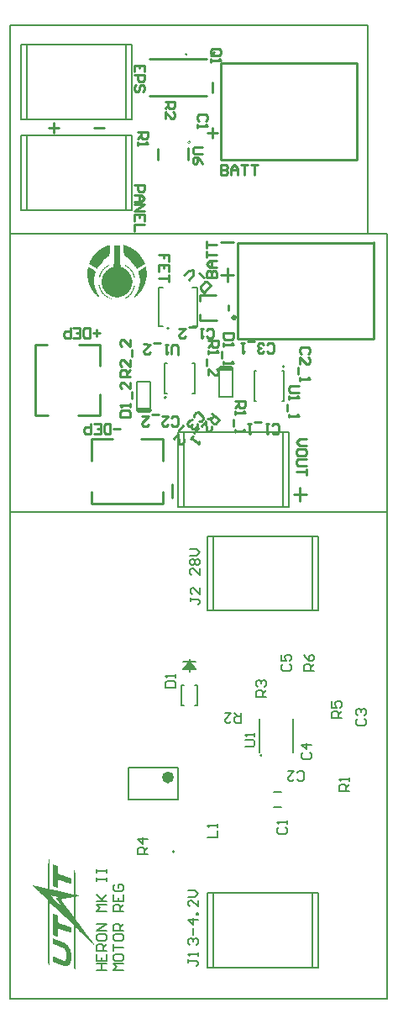
<source format=gto>
G04*
G04 #@! TF.GenerationSoftware,Altium Limited,Altium Designer,18.1.9 (240)*
G04*
G04 Layer_Color=65535*
%FSLAX44Y44*%
%MOMM*%
G71*
G01*
G75*
%ADD16C,0.2540*%
%ADD40C,0.2000*%
%ADD45C,0.1000*%
%ADD46C,0.1270*%
%ADD47C,0.1524*%
%ADD48C,0.6000*%
%ADD49C,0.5000*%
G36*
X114497Y768767D02*
X115500D01*
Y768432D01*
X116504D01*
Y768098D01*
X117507D01*
Y767764D01*
X118511D01*
Y767429D01*
X119180D01*
Y767094D01*
X120183D01*
Y766760D01*
X120852D01*
Y766425D01*
X121521D01*
Y766091D01*
X121856D01*
Y765757D01*
X122525D01*
Y765422D01*
X123194D01*
Y765088D01*
X123528D01*
Y764753D01*
X124197D01*
Y764419D01*
X124531D01*
Y764084D01*
X125201D01*
Y763750D01*
X125535D01*
Y763415D01*
X125870D01*
Y763081D01*
X126538D01*
Y762746D01*
X126873D01*
Y762412D01*
X127207D01*
Y762077D01*
X127542D01*
Y761743D01*
X127877D01*
Y761408D01*
X128211D01*
Y761074D01*
X128545D01*
Y760739D01*
X128880D01*
Y760405D01*
X129214D01*
Y760070D01*
X129549D01*
Y759736D01*
X129883D01*
Y759401D01*
X130218D01*
Y759067D01*
X130552D01*
Y758732D01*
Y758398D01*
X130887D01*
Y758063D01*
X131221D01*
Y757729D01*
X131556D01*
Y757394D01*
Y757060D01*
X131890D01*
Y756725D01*
X132225D01*
Y756391D01*
Y756056D01*
X132559D01*
Y755722D01*
X132894D01*
Y755387D01*
Y755053D01*
X133228D01*
Y754718D01*
X133563D01*
Y754384D01*
Y754049D01*
X133897D01*
Y753715D01*
Y753380D01*
X134232D01*
Y753046D01*
Y752711D01*
X134566D01*
Y752377D01*
Y752042D01*
X134901D01*
Y751708D01*
Y751373D01*
Y751039D01*
X135235D01*
Y750704D01*
Y750370D01*
X135570D01*
Y750035D01*
X135235D01*
Y749701D01*
X134901D01*
Y749366D01*
X134232D01*
Y749032D01*
X133563D01*
Y748697D01*
X133228D01*
Y748363D01*
X132559D01*
Y748028D01*
X132225D01*
Y747694D01*
X131556D01*
Y747359D01*
X131221D01*
Y747025D01*
X130552D01*
Y746691D01*
X130218D01*
Y746356D01*
X129549D01*
Y746021D01*
X129214D01*
Y745687D01*
X128545D01*
Y745352D01*
X128211D01*
Y745018D01*
X127542D01*
Y744684D01*
X127207D01*
Y745018D01*
Y745352D01*
X126873D01*
Y745687D01*
Y746021D01*
X126538D01*
Y746356D01*
X126204D01*
Y746691D01*
Y747025D01*
X125870D01*
Y747359D01*
X125535D01*
Y747694D01*
X125201D01*
Y748028D01*
Y748363D01*
X124866D01*
Y748697D01*
X124531D01*
Y749032D01*
X124197D01*
Y749366D01*
X123862D01*
Y749701D01*
X123528D01*
Y750035D01*
X123194D01*
Y750370D01*
X122859D01*
Y750704D01*
X122525D01*
Y751039D01*
X122190D01*
Y751373D01*
X121856D01*
Y751708D01*
Y752042D01*
X121521D01*
Y752377D01*
Y752711D01*
X121187D01*
Y753046D01*
Y753380D01*
X120852D01*
Y753715D01*
Y754049D01*
X120518D01*
Y754384D01*
X119849D01*
Y754718D01*
X119514D01*
Y755053D01*
X119180D01*
Y755387D01*
X118845D01*
Y755722D01*
X118176D01*
Y756056D01*
X117842D01*
Y756391D01*
X117507D01*
Y756725D01*
X116838D01*
Y757060D01*
X116504D01*
Y757394D01*
X116169D01*
Y757729D01*
X115500D01*
Y758063D01*
X115166D01*
Y758398D01*
Y758732D01*
Y759067D01*
X114831D01*
Y759401D01*
Y759736D01*
Y760070D01*
Y760405D01*
X114497D01*
Y760739D01*
Y761074D01*
X114162D01*
Y761408D01*
Y761743D01*
Y762077D01*
Y762412D01*
Y762746D01*
Y763081D01*
Y763415D01*
Y763750D01*
Y764084D01*
Y764419D01*
Y764753D01*
Y765088D01*
Y765422D01*
Y765757D01*
Y766091D01*
Y766425D01*
Y766760D01*
Y767094D01*
Y767429D01*
Y767764D01*
Y768098D01*
Y768432D01*
Y768767D01*
Y769101D01*
X114497D01*
Y768767D01*
D02*
G37*
G36*
X100448Y768432D02*
Y768098D01*
Y767764D01*
Y767429D01*
Y767094D01*
Y766760D01*
Y766425D01*
Y766091D01*
Y765757D01*
Y765422D01*
Y765088D01*
Y764753D01*
Y764419D01*
Y764084D01*
Y763750D01*
Y763415D01*
Y763081D01*
Y762746D01*
Y762412D01*
Y762077D01*
Y761743D01*
Y761408D01*
Y761074D01*
Y760739D01*
X100114D01*
Y760405D01*
Y760070D01*
X99779D01*
Y759736D01*
Y759401D01*
Y759067D01*
Y758732D01*
Y758398D01*
X99445D01*
Y758063D01*
X99110D01*
Y757729D01*
X98776D01*
Y757394D01*
X98441D01*
Y757060D01*
X97772D01*
Y756725D01*
X97438D01*
Y756391D01*
X97103D01*
Y756056D01*
X96434D01*
Y755722D01*
X96100D01*
Y755387D01*
X95765D01*
Y755053D01*
X95096D01*
Y754718D01*
X94762D01*
Y754384D01*
X94427D01*
Y754049D01*
X94093D01*
Y753715D01*
X93758D01*
Y753380D01*
Y753046D01*
X93424D01*
Y752711D01*
X93089D01*
Y752377D01*
Y752042D01*
Y751708D01*
X92755D01*
Y751373D01*
Y751039D01*
X92420D01*
Y750704D01*
X92086D01*
Y750370D01*
X91751D01*
Y750035D01*
X91417D01*
Y749701D01*
X91082D01*
Y749366D01*
X90748D01*
Y749032D01*
X90413D01*
Y748697D01*
X90079D01*
Y748363D01*
X89744D01*
Y748028D01*
X89410D01*
Y747694D01*
X89075D01*
Y747359D01*
Y747025D01*
X88741D01*
Y746691D01*
X88406D01*
Y746356D01*
X88072D01*
Y746021D01*
Y745687D01*
X87737D01*
Y745352D01*
Y745018D01*
X87403D01*
Y744684D01*
X87068D01*
Y745018D01*
X86734D01*
Y745352D01*
X86065D01*
Y745687D01*
X85730D01*
Y746021D01*
X85061D01*
Y746356D01*
X84727D01*
Y746691D01*
X84058D01*
Y747025D01*
X83723D01*
Y747359D01*
X83054D01*
Y747694D01*
X82720D01*
Y748028D01*
X82051D01*
Y748363D01*
X81716D01*
Y748697D01*
X81047D01*
Y749032D01*
X80379D01*
Y749366D01*
X80044D01*
Y749701D01*
X79375D01*
Y750035D01*
Y750370D01*
Y750704D01*
X79710D01*
Y751039D01*
Y751373D01*
X80044D01*
Y751708D01*
Y752042D01*
Y752377D01*
X80379D01*
Y752711D01*
Y753046D01*
X80713D01*
Y753380D01*
Y753715D01*
X81047D01*
Y754049D01*
Y754384D01*
X81382D01*
Y754718D01*
X81716D01*
Y755053D01*
Y755387D01*
X82051D01*
Y755722D01*
Y756056D01*
X82386D01*
Y756391D01*
X82720D01*
Y756725D01*
Y757060D01*
X83054D01*
Y757394D01*
X83389D01*
Y757729D01*
X83723D01*
Y758063D01*
Y758398D01*
X84058D01*
Y758732D01*
X84392D01*
Y759067D01*
X84727D01*
Y759401D01*
X85061D01*
Y759736D01*
X85396D01*
Y760070D01*
Y760405D01*
X85730D01*
Y760739D01*
X86065D01*
Y761074D01*
X86399D01*
Y761408D01*
X86734D01*
Y761743D01*
X87068D01*
Y762077D01*
X87737D01*
Y762412D01*
X88072D01*
Y762746D01*
X88406D01*
Y763081D01*
X88741D01*
Y763415D01*
X89075D01*
Y763750D01*
X89744D01*
Y764084D01*
X90079D01*
Y764419D01*
X90748D01*
Y764753D01*
X91082D01*
Y765088D01*
X91751D01*
Y765422D01*
X92086D01*
Y765757D01*
X92755D01*
Y766091D01*
X93424D01*
Y766425D01*
X94093D01*
Y766760D01*
X94762D01*
Y767094D01*
X95431D01*
Y767429D01*
X96100D01*
Y767764D01*
X97103D01*
Y768098D01*
X98107D01*
Y768432D01*
X99110D01*
Y768767D01*
X100448D01*
Y768432D01*
D02*
G37*
G36*
X115835Y748697D02*
X116504D01*
Y748363D01*
X117173D01*
Y748028D01*
X117507D01*
Y747694D01*
X118176D01*
Y747359D01*
X118511D01*
Y747025D01*
X118845D01*
Y746691D01*
X119180D01*
Y746356D01*
X119849D01*
Y746021D01*
X120183D01*
Y745687D01*
X120518D01*
Y745352D01*
X120852D01*
Y745018D01*
X121187D01*
Y744684D01*
X121521D01*
Y744349D01*
Y744015D01*
X121856D01*
Y743680D01*
X122190D01*
Y743346D01*
X122525D01*
Y743011D01*
Y742677D01*
X122859D01*
Y742342D01*
X123194D01*
Y742008D01*
Y741673D01*
X123528D01*
Y741339D01*
X123862D01*
Y741004D01*
Y740670D01*
X124197D01*
Y740335D01*
Y740001D01*
Y739666D01*
X124531D01*
Y739332D01*
Y738997D01*
X124866D01*
Y738663D01*
Y738328D01*
Y737994D01*
X125201D01*
Y737659D01*
Y737325D01*
Y736990D01*
X125535D01*
Y736656D01*
Y736321D01*
Y735987D01*
X124531D01*
Y736321D01*
Y736656D01*
X124197D01*
Y736990D01*
Y737325D01*
Y737659D01*
Y737994D01*
X123862D01*
Y738328D01*
Y738663D01*
Y738997D01*
X123528D01*
Y739332D01*
Y739666D01*
X123194D01*
Y740001D01*
Y740335D01*
X122859D01*
Y740670D01*
Y741004D01*
X122525D01*
Y741339D01*
Y741673D01*
X122190D01*
Y742008D01*
X121856D01*
Y742342D01*
Y742677D01*
X121521D01*
Y743011D01*
X121187D01*
Y743346D01*
X120852D01*
Y743680D01*
X120518D01*
Y744015D01*
Y744349D01*
X120183D01*
Y744684D01*
X119849D01*
Y745018D01*
X119514D01*
Y745352D01*
X119180D01*
Y745687D01*
X118511D01*
Y746021D01*
X118176D01*
Y746356D01*
X117842D01*
Y746691D01*
X117173D01*
Y747025D01*
X116838D01*
Y747359D01*
X116169D01*
Y747694D01*
X115835D01*
Y748028D01*
Y748363D01*
Y748697D01*
X115500D01*
Y749032D01*
X115835D01*
Y748697D01*
D02*
G37*
G36*
X99110D02*
Y748363D01*
X98776D01*
Y748028D01*
Y747694D01*
X98441D01*
Y747359D01*
X98107D01*
Y747025D01*
X97438D01*
Y746691D01*
X97103D01*
Y746356D01*
X96434D01*
Y746021D01*
X96100D01*
Y745687D01*
X95765D01*
Y745352D01*
X95431D01*
Y745018D01*
X95096D01*
Y744684D01*
X94762D01*
Y744349D01*
X94427D01*
Y744015D01*
X94093D01*
Y743680D01*
X93758D01*
Y743346D01*
X93424D01*
Y743011D01*
Y742677D01*
X93089D01*
Y742342D01*
X92755D01*
Y742008D01*
Y741673D01*
X92420D01*
Y741339D01*
X92086D01*
Y741004D01*
Y740670D01*
X91751D01*
Y740335D01*
Y740001D01*
X91417D01*
Y739666D01*
Y739332D01*
X91082D01*
Y738997D01*
Y738663D01*
Y738328D01*
X90748D01*
Y737994D01*
Y737659D01*
Y737325D01*
X90413D01*
Y736990D01*
Y736656D01*
Y736321D01*
Y735987D01*
X89075D01*
Y736321D01*
X89410D01*
Y736656D01*
Y736990D01*
Y737325D01*
Y737659D01*
X89744D01*
Y737994D01*
Y738328D01*
Y738663D01*
X90079D01*
Y738997D01*
Y739332D01*
X90413D01*
Y739666D01*
Y740001D01*
Y740335D01*
X90748D01*
Y740670D01*
Y741004D01*
X91082D01*
Y741339D01*
Y741673D01*
X91417D01*
Y742008D01*
X91751D01*
Y742342D01*
Y742677D01*
X92086D01*
Y743011D01*
X92420D01*
Y743346D01*
Y743680D01*
X92755D01*
Y744015D01*
X93089D01*
Y744349D01*
X93424D01*
Y744684D01*
X93758D01*
Y745018D01*
X94093D01*
Y745352D01*
X94427D01*
Y745687D01*
X94762D01*
Y746021D01*
X95096D01*
Y746356D01*
X95431D01*
Y746691D01*
X95765D01*
Y747025D01*
X96100D01*
Y747359D01*
X96769D01*
Y747694D01*
X97103D01*
Y748028D01*
X97772D01*
Y748363D01*
X98441D01*
Y748697D01*
X98776D01*
Y749032D01*
X99110D01*
Y748697D01*
D02*
G37*
G36*
X110148Y768098D02*
Y767764D01*
Y767429D01*
Y767094D01*
Y766760D01*
Y766425D01*
Y766091D01*
Y765757D01*
Y765422D01*
Y765088D01*
Y764753D01*
Y764419D01*
Y764084D01*
Y763750D01*
Y763415D01*
Y763081D01*
Y762746D01*
Y762412D01*
Y762077D01*
Y761743D01*
Y761408D01*
Y761074D01*
Y760739D01*
Y760405D01*
Y760070D01*
Y759736D01*
Y759401D01*
Y759067D01*
Y758732D01*
Y758398D01*
Y758063D01*
Y757729D01*
Y757394D01*
Y757060D01*
Y756725D01*
Y756391D01*
Y756056D01*
Y755722D01*
Y755387D01*
Y755053D01*
Y754718D01*
Y754384D01*
Y754049D01*
Y753715D01*
Y753380D01*
Y753046D01*
Y752711D01*
Y752377D01*
Y752042D01*
Y751708D01*
Y751373D01*
Y751039D01*
Y750704D01*
Y750370D01*
Y750035D01*
X110483D01*
Y749701D01*
Y749366D01*
X110817D01*
Y749032D01*
Y748697D01*
X111152D01*
Y748363D01*
Y748028D01*
Y747694D01*
Y747359D01*
Y747025D01*
Y746691D01*
X111821D01*
Y746356D01*
X112824D01*
Y746021D01*
X113493D01*
Y745687D01*
X114162D01*
Y745352D01*
X114831D01*
Y745018D01*
X115500D01*
Y744684D01*
X115835D01*
Y744349D01*
X116504D01*
Y744015D01*
X116838D01*
Y743680D01*
X117173D01*
Y743346D01*
X117842D01*
Y743011D01*
X118176D01*
Y742677D01*
X118511D01*
Y742342D01*
X118845D01*
Y742008D01*
Y741673D01*
X119180D01*
Y741339D01*
X119514D01*
Y741004D01*
X119849D01*
Y740670D01*
X120183D01*
Y740335D01*
Y740001D01*
X120518D01*
Y739666D01*
X120852D01*
Y739332D01*
Y738997D01*
X121187D01*
Y738663D01*
Y738328D01*
X121521D01*
Y737994D01*
Y737659D01*
Y737325D01*
X121856D01*
Y736990D01*
Y736656D01*
X122190D01*
Y736321D01*
Y735987D01*
Y735652D01*
Y735318D01*
X122525D01*
Y734983D01*
Y734649D01*
Y734314D01*
Y733980D01*
Y733645D01*
X122859D01*
Y733311D01*
Y732976D01*
Y732642D01*
Y732307D01*
Y731973D01*
Y731638D01*
Y731304D01*
Y730969D01*
Y730635D01*
Y730300D01*
Y729966D01*
X122525D01*
Y729631D01*
Y729297D01*
Y728962D01*
Y728628D01*
Y728293D01*
Y727959D01*
X122190D01*
Y727624D01*
Y727290D01*
Y726955D01*
X121856D01*
Y726621D01*
Y726286D01*
Y725952D01*
X121521D01*
Y725617D01*
Y725283D01*
X121187D01*
Y724949D01*
Y724614D01*
X120852D01*
Y724279D01*
Y723945D01*
X120518D01*
Y723611D01*
Y723276D01*
X120183D01*
Y722942D01*
X119849D01*
Y722607D01*
Y722272D01*
X119514D01*
Y721938D01*
X119180D01*
Y721603D01*
X118845D01*
Y721269D01*
X118511D01*
Y720935D01*
X118176D01*
Y720600D01*
X117842D01*
Y720266D01*
X117507D01*
Y719931D01*
X117173D01*
Y719597D01*
X116504D01*
Y719262D01*
X116169D01*
Y718928D01*
X115835D01*
Y718593D01*
X115166D01*
Y718259D01*
X114497D01*
Y717924D01*
X113828D01*
Y717590D01*
X113159D01*
Y717255D01*
X112155D01*
Y716921D01*
X111152D01*
Y716586D01*
X109479D01*
Y716252D01*
X105465D01*
Y716586D01*
X103793D01*
Y716921D01*
X102455D01*
Y717255D01*
X101786D01*
Y717590D01*
X100783D01*
Y717924D01*
X100114D01*
Y718259D01*
X99445D01*
Y718593D01*
X99110D01*
Y718928D01*
X98441D01*
Y719262D01*
X98107D01*
Y719597D01*
X97772D01*
Y719931D01*
X97438D01*
Y720266D01*
X96769D01*
Y720600D01*
X96434D01*
Y720935D01*
X96100D01*
Y721269D01*
X95765D01*
Y721603D01*
Y721938D01*
X95431D01*
Y722272D01*
X95096D01*
Y722607D01*
X94762D01*
Y722942D01*
X94427D01*
Y723276D01*
Y723611D01*
X94093D01*
Y723945D01*
Y724279D01*
X93758D01*
Y724614D01*
Y724949D01*
X93424D01*
Y725283D01*
Y725617D01*
X93089D01*
Y725952D01*
Y726286D01*
X92755D01*
Y726621D01*
Y726955D01*
Y727290D01*
X92420D01*
Y727624D01*
Y727959D01*
Y728293D01*
Y728628D01*
X92086D01*
Y728962D01*
Y729297D01*
Y729631D01*
Y729966D01*
Y730300D01*
Y730635D01*
Y730969D01*
Y731304D01*
Y731638D01*
Y731973D01*
Y732307D01*
Y732642D01*
Y732976D01*
Y733311D01*
Y733645D01*
Y733980D01*
Y734314D01*
Y734649D01*
X92420D01*
Y734983D01*
Y735318D01*
Y735652D01*
Y735987D01*
X92755D01*
Y736321D01*
Y736656D01*
Y736990D01*
X93089D01*
Y737325D01*
Y737659D01*
Y737994D01*
X93424D01*
Y738328D01*
Y738663D01*
X93758D01*
Y738997D01*
Y739332D01*
X94093D01*
Y739666D01*
X94427D01*
Y740001D01*
Y740335D01*
X94762D01*
Y740670D01*
X95096D01*
Y741004D01*
Y741339D01*
X95431D01*
Y741673D01*
X95765D01*
Y742008D01*
X96100D01*
Y742342D01*
X96434D01*
Y742677D01*
X96769D01*
Y743011D01*
X97103D01*
Y743346D01*
X97438D01*
Y743680D01*
X97772D01*
Y744015D01*
X98441D01*
Y744349D01*
X98776D01*
Y744684D01*
X99445D01*
Y745018D01*
X99779D01*
Y745352D01*
X100448D01*
Y745687D01*
X101117D01*
Y746021D01*
X102121D01*
Y746356D01*
X103124D01*
Y746691D01*
X103793D01*
Y747025D01*
Y747359D01*
Y747694D01*
Y748028D01*
Y748363D01*
Y748697D01*
Y749032D01*
X104128D01*
Y749366D01*
Y749701D01*
X104462D01*
Y750035D01*
Y750370D01*
X104796D01*
Y750704D01*
Y751039D01*
Y751373D01*
Y751708D01*
Y752042D01*
Y752377D01*
Y752711D01*
Y753046D01*
Y753380D01*
Y753715D01*
Y754049D01*
Y754384D01*
Y754718D01*
Y755053D01*
Y755387D01*
Y755722D01*
Y756056D01*
Y756391D01*
Y756725D01*
Y757060D01*
Y757394D01*
Y757729D01*
Y758063D01*
Y758398D01*
Y758732D01*
Y759067D01*
Y759401D01*
Y759736D01*
Y760070D01*
Y760405D01*
Y760739D01*
Y761074D01*
Y761408D01*
Y761743D01*
Y762077D01*
Y762412D01*
Y762746D01*
Y763081D01*
Y763415D01*
Y763750D01*
Y764084D01*
Y764419D01*
Y764753D01*
Y765088D01*
Y765422D01*
Y765757D01*
Y766091D01*
Y766425D01*
Y766760D01*
Y767094D01*
Y767429D01*
Y767764D01*
Y768098D01*
Y768432D01*
X110148D01*
Y768098D01*
D02*
G37*
G36*
X136573Y746691D02*
Y746356D01*
Y746021D01*
Y745687D01*
Y745352D01*
X136908D01*
Y745018D01*
Y744684D01*
Y744349D01*
Y744015D01*
Y743680D01*
Y743346D01*
Y743011D01*
X137242D01*
Y742677D01*
Y742342D01*
Y742008D01*
Y741673D01*
Y741339D01*
Y741004D01*
Y740670D01*
Y740335D01*
Y740001D01*
Y739666D01*
Y739332D01*
Y738997D01*
Y738663D01*
Y738328D01*
Y737994D01*
Y737659D01*
Y737325D01*
Y736990D01*
Y736656D01*
X136908D01*
Y736321D01*
Y735987D01*
Y735652D01*
Y735318D01*
Y734983D01*
Y734649D01*
Y734314D01*
X136573D01*
Y733980D01*
Y733645D01*
Y733311D01*
Y732976D01*
Y732642D01*
X136239D01*
Y732307D01*
Y731973D01*
Y731638D01*
X135904D01*
Y731304D01*
Y730969D01*
Y730635D01*
Y730300D01*
X135570D01*
Y729966D01*
Y729631D01*
X135235D01*
Y729297D01*
Y728962D01*
Y728628D01*
X134901D01*
Y728293D01*
Y727959D01*
X134566D01*
Y727624D01*
Y727290D01*
Y726955D01*
X134232D01*
Y726621D01*
Y726286D01*
X133897D01*
Y725952D01*
X133563D01*
Y725617D01*
Y725283D01*
X133228D01*
Y724949D01*
Y724614D01*
X132894D01*
Y724279D01*
Y723945D01*
X132559D01*
Y723611D01*
X132225D01*
Y723276D01*
Y722942D01*
X131890D01*
Y722607D01*
X131556D01*
Y722272D01*
Y721938D01*
X131221D01*
Y721603D01*
X130887D01*
Y721269D01*
X130552D01*
Y720935D01*
X130218D01*
Y720600D01*
Y720266D01*
X129883D01*
Y719931D01*
X129549D01*
Y719597D01*
X129214D01*
Y719262D01*
X128880D01*
Y718928D01*
X128545D01*
Y718593D01*
X128211D01*
Y718259D01*
X127877D01*
Y717924D01*
X127542D01*
Y717590D01*
X127207D01*
Y717255D01*
X126538D01*
Y716921D01*
X126204D01*
Y716586D01*
X125870D01*
Y716252D01*
X125535D01*
Y715917D01*
X124866D01*
Y716252D01*
Y716586D01*
Y716921D01*
Y717255D01*
Y717590D01*
X125201D01*
Y717924D01*
X125535D01*
Y718259D01*
X125870D01*
Y718593D01*
Y718928D01*
X126204D01*
Y719262D01*
X126538D01*
Y719597D01*
Y719931D01*
X126873D01*
Y720266D01*
X127207D01*
Y720600D01*
Y720935D01*
X127542D01*
Y721269D01*
Y721603D01*
X127877D01*
Y721938D01*
Y722272D01*
X128211D01*
Y722607D01*
Y722942D01*
X128545D01*
Y723276D01*
Y723611D01*
X128880D01*
Y723945D01*
Y724279D01*
Y724614D01*
X129214D01*
Y724949D01*
Y725283D01*
X129549D01*
Y725617D01*
Y725952D01*
Y726286D01*
Y726621D01*
X129883D01*
Y726955D01*
Y727290D01*
Y727624D01*
Y727959D01*
X130218D01*
Y728293D01*
Y728628D01*
Y728962D01*
Y729297D01*
Y729631D01*
Y729966D01*
X130552D01*
Y730300D01*
Y730635D01*
Y730969D01*
Y731304D01*
Y731638D01*
Y731973D01*
Y732307D01*
Y732642D01*
Y732976D01*
Y733311D01*
Y733645D01*
Y733980D01*
Y734314D01*
Y734649D01*
Y734983D01*
Y735318D01*
Y735652D01*
X130218D01*
Y735987D01*
Y736321D01*
Y736656D01*
Y736990D01*
Y737325D01*
Y737659D01*
X129883D01*
Y737994D01*
Y738328D01*
Y738663D01*
Y738997D01*
X129549D01*
Y739332D01*
Y739666D01*
Y740001D01*
Y740335D01*
X129214D01*
Y740670D01*
Y741004D01*
Y741339D01*
X128880D01*
Y741673D01*
Y742008D01*
Y742342D01*
X129214D01*
Y742677D01*
X129883D01*
Y743011D01*
X130218D01*
Y743346D01*
X130887D01*
Y743680D01*
X131221D01*
Y744015D01*
X131890D01*
Y744349D01*
X132225D01*
Y744684D01*
X132894D01*
Y745018D01*
X133228D01*
Y745352D01*
X133897D01*
Y745687D01*
X134566D01*
Y746021D01*
X134901D01*
Y746356D01*
X135570D01*
Y746691D01*
X135904D01*
Y747025D01*
X136573D01*
Y746691D01*
D02*
G37*
G36*
X78706D02*
X79375D01*
Y746356D01*
X79710D01*
Y746021D01*
X80379D01*
Y745687D01*
X80713D01*
Y745352D01*
X81382D01*
Y745018D01*
X82051D01*
Y744684D01*
X82386D01*
Y744349D01*
X83054D01*
Y744015D01*
X83389D01*
Y743680D01*
X84058D01*
Y743346D01*
X84392D01*
Y743011D01*
X85061D01*
Y742677D01*
X85396D01*
Y742342D01*
X86065D01*
Y742008D01*
Y741673D01*
X85730D01*
Y741339D01*
Y741004D01*
Y740670D01*
X85396D01*
Y740335D01*
Y740001D01*
Y739666D01*
X85061D01*
Y739332D01*
Y738997D01*
Y738663D01*
X84727D01*
Y738328D01*
Y737994D01*
Y737659D01*
Y737325D01*
Y736990D01*
X84392D01*
Y736656D01*
Y736321D01*
Y735987D01*
Y735652D01*
Y735318D01*
Y734983D01*
Y734649D01*
Y734314D01*
Y733980D01*
Y733645D01*
X84058D01*
Y733311D01*
Y732976D01*
Y732642D01*
Y732307D01*
Y731973D01*
X84392D01*
Y731638D01*
Y731304D01*
Y730969D01*
Y730635D01*
Y730300D01*
Y729966D01*
Y729631D01*
Y729297D01*
Y728962D01*
X84727D01*
Y728628D01*
Y728293D01*
Y727959D01*
Y727624D01*
Y727290D01*
X85061D01*
Y726955D01*
Y726621D01*
Y726286D01*
Y725952D01*
X85396D01*
Y725617D01*
Y725283D01*
Y724949D01*
X85730D01*
Y724614D01*
Y724279D01*
Y723945D01*
X86065D01*
Y723611D01*
Y723276D01*
X86399D01*
Y722942D01*
Y722607D01*
X86734D01*
Y722272D01*
Y721938D01*
X87068D01*
Y721603D01*
Y721269D01*
X87403D01*
Y720935D01*
Y720600D01*
X87737D01*
Y720266D01*
Y719931D01*
X88072D01*
Y719597D01*
X88406D01*
Y719262D01*
Y718928D01*
X88741D01*
Y718593D01*
X89075D01*
Y718259D01*
X89410D01*
Y717924D01*
Y717590D01*
X89744D01*
Y717255D01*
Y716921D01*
Y716586D01*
Y716252D01*
Y715917D01*
X89410D01*
Y716252D01*
X89075D01*
Y716586D01*
X88406D01*
Y716921D01*
X88072D01*
Y717255D01*
X87737D01*
Y717590D01*
X87403D01*
Y717924D01*
X87068D01*
Y718259D01*
X86734D01*
Y718593D01*
X86399D01*
Y718928D01*
X86065D01*
Y719262D01*
X85730D01*
Y719597D01*
X85396D01*
Y719931D01*
X85061D01*
Y720266D01*
X84727D01*
Y720600D01*
X84392D01*
Y720935D01*
X84058D01*
Y721269D01*
X83723D01*
Y721603D01*
Y721938D01*
X83389D01*
Y722272D01*
X83054D01*
Y722607D01*
X82720D01*
Y722942D01*
Y723276D01*
X82386D01*
Y723611D01*
X82051D01*
Y723945D01*
Y724279D01*
X81716D01*
Y724614D01*
Y724949D01*
X81382D01*
Y725283D01*
Y725617D01*
X81047D01*
Y725952D01*
X80713D01*
Y726286D01*
Y726621D01*
X80379D01*
Y726955D01*
Y727290D01*
X80044D01*
Y727624D01*
Y727959D01*
Y728293D01*
X79710D01*
Y728628D01*
Y728962D01*
X79375D01*
Y729297D01*
Y729631D01*
Y729966D01*
X79040D01*
Y730300D01*
Y730635D01*
Y730969D01*
X78706D01*
Y731304D01*
Y731638D01*
Y731973D01*
X78372D01*
Y732307D01*
Y732642D01*
Y732976D01*
Y733311D01*
X78037D01*
Y733645D01*
Y733980D01*
Y734314D01*
Y734649D01*
Y734983D01*
Y735318D01*
X77703D01*
Y735652D01*
Y735987D01*
Y736321D01*
Y736656D01*
Y736990D01*
Y737325D01*
Y737659D01*
Y737994D01*
Y738328D01*
X77368D01*
Y738663D01*
Y738997D01*
Y739332D01*
Y739666D01*
Y740001D01*
Y740335D01*
Y740670D01*
Y741004D01*
Y741339D01*
X77703D01*
Y741673D01*
Y742008D01*
Y742342D01*
Y742677D01*
Y743011D01*
Y743346D01*
Y743680D01*
Y744015D01*
Y744349D01*
X78037D01*
Y744684D01*
Y745018D01*
Y745352D01*
Y745687D01*
Y746021D01*
Y746356D01*
X78372D01*
Y746691D01*
Y747025D01*
X78706D01*
Y746691D01*
D02*
G37*
G36*
X90079Y727959D02*
Y727624D01*
Y727290D01*
Y726955D01*
X90413D01*
Y726621D01*
Y726286D01*
Y725952D01*
X90748D01*
Y725617D01*
Y725283D01*
Y724949D01*
X91082D01*
Y724614D01*
Y724279D01*
X91417D01*
Y723945D01*
Y723611D01*
X91751D01*
Y723276D01*
Y722942D01*
X92086D01*
Y722607D01*
X92420D01*
Y722272D01*
Y721938D01*
X92755D01*
Y721603D01*
X93089D01*
Y721269D01*
Y720935D01*
X93424D01*
Y720600D01*
X93758D01*
Y720266D01*
X94093D01*
Y719931D01*
X94427D01*
Y719597D01*
X94762D01*
Y719262D01*
X95096D01*
Y718928D01*
X95431D01*
Y718593D01*
X95765D01*
Y718259D01*
X96100D01*
Y717924D01*
X96769D01*
Y717590D01*
X97103D01*
Y717255D01*
X97772D01*
Y716921D01*
X98107D01*
Y716586D01*
X98441D01*
Y716252D01*
X99110D01*
Y715917D01*
X99779D01*
Y715583D01*
X100448D01*
Y715248D01*
X99779D01*
Y715583D01*
X99110D01*
Y715917D01*
X98776D01*
Y715583D01*
Y715248D01*
X98441D01*
Y715583D01*
X98107D01*
Y715917D01*
X97438D01*
Y716252D01*
X96769D01*
Y716586D01*
X96434D01*
Y716921D01*
X95765D01*
Y717255D01*
X95431D01*
Y717590D01*
X95096D01*
Y717924D01*
X94762D01*
Y718259D01*
X94427D01*
Y718593D01*
X94093D01*
Y718928D01*
X93758D01*
Y719262D01*
X93424D01*
Y719597D01*
X93089D01*
Y719931D01*
X92755D01*
Y720266D01*
X92420D01*
Y720600D01*
X92086D01*
Y720935D01*
Y721269D01*
X91751D01*
Y721603D01*
X91417D01*
Y721938D01*
Y722272D01*
X91082D01*
Y722607D01*
X90748D01*
Y722942D01*
Y723276D01*
X90413D01*
Y723611D01*
Y723945D01*
X90079D01*
Y724279D01*
Y724614D01*
Y724949D01*
X89744D01*
Y725283D01*
Y725617D01*
X89410D01*
Y725952D01*
Y726286D01*
Y726621D01*
X89075D01*
Y726955D01*
Y727290D01*
Y727624D01*
Y727959D01*
X88741D01*
Y728293D01*
X90079D01*
Y727959D01*
D02*
G37*
G36*
X101452Y714914D02*
X102455D01*
Y714579D01*
X101452D01*
Y714914D01*
X100783D01*
Y715248D01*
X101452D01*
Y714914D01*
D02*
G37*
G36*
X125201Y727457D02*
X125587D01*
Y727123D01*
X125252D01*
Y726788D01*
Y726454D01*
Y726119D01*
Y725785D01*
X124918D01*
Y725450D01*
Y725116D01*
Y724781D01*
X124583D01*
Y724447D01*
Y724112D01*
X124249D01*
Y723778D01*
Y723443D01*
Y723109D01*
X123914D01*
Y722774D01*
Y722440D01*
X123580D01*
Y722105D01*
Y721771D01*
X123245D01*
Y721436D01*
X122911D01*
Y721102D01*
Y720767D01*
X122577D01*
Y720433D01*
X122242D01*
Y720098D01*
Y719764D01*
X121908D01*
Y719429D01*
X121573D01*
Y719095D01*
X121238D01*
Y718760D01*
X120904D01*
Y718426D01*
X120569D01*
Y718091D01*
X120235D01*
Y717757D01*
X119901D01*
Y717422D01*
X119566D01*
Y717088D01*
X119232D01*
Y716753D01*
X118897D01*
Y716419D01*
X118563D01*
Y716084D01*
X117894D01*
Y715750D01*
X117559D01*
Y715415D01*
X116890D01*
Y715081D01*
X116221D01*
Y714746D01*
X115887D01*
Y714412D01*
X115552D01*
Y714746D01*
Y715081D01*
X115887D01*
Y715415D01*
Y715750D01*
X116221D01*
Y716084D01*
X116556D01*
Y716419D01*
X117225D01*
Y716753D01*
X117559D01*
Y717088D01*
X118228D01*
Y717422D01*
X118563D01*
Y717757D01*
X118897D01*
Y718091D01*
X119232D01*
Y718426D01*
X119566D01*
Y718760D01*
X119901D01*
Y719095D01*
X120235D01*
Y719429D01*
X120569D01*
Y719764D01*
X120904D01*
Y720098D01*
X121238D01*
Y720433D01*
Y720767D01*
X121573D01*
Y721102D01*
X121908D01*
Y721436D01*
Y721771D01*
X122190D01*
Y721938D01*
X122242D01*
Y722105D01*
X122577D01*
Y722440D01*
Y722774D01*
X122859D01*
Y722942D01*
X122911D01*
Y723109D01*
Y723443D01*
X123194D01*
Y723611D01*
X123245D01*
Y723778D01*
Y724112D01*
X123580D01*
Y724447D01*
Y724781D01*
Y725116D01*
X123914D01*
Y725450D01*
Y725785D01*
Y726119D01*
X124249D01*
Y726454D01*
Y726788D01*
Y727123D01*
Y727457D01*
X124866D01*
Y727624D01*
X125201D01*
Y727457D01*
D02*
G37*
G36*
X45127Y144309D02*
X47568Y143527D01*
Y135912D01*
X47665D01*
X47958Y135814D01*
X48544Y135619D01*
X49227Y135326D01*
X50204Y135033D01*
X51375Y134642D01*
X52742Y134154D01*
X54402Y133568D01*
X54500D01*
X54597Y133471D01*
X55183Y133275D01*
X55964Y132983D01*
X56941Y132690D01*
X58112Y132299D01*
X59186Y131811D01*
X60260Y131420D01*
X61237Y131030D01*
Y127027D01*
X61139Y126441D01*
Y126050D01*
X61041Y125660D01*
X60944Y125562D01*
X60749D01*
X60553Y125660D01*
X59967Y125855D01*
X59186Y126148D01*
X58698Y126343D01*
X58015Y126538D01*
X57234Y126734D01*
X56452Y127027D01*
X55378Y127417D01*
X54304Y127808D01*
X54207D01*
X54012Y127905D01*
X53719Y128003D01*
X53328Y128198D01*
X52254Y128491D01*
X51082Y128979D01*
X49813Y129370D01*
X48739Y129663D01*
X48349Y129858D01*
X47958Y129956D01*
X47763Y130053D01*
X47665D01*
Y129370D01*
X47568Y128882D01*
Y123902D01*
X47470Y123121D01*
Y121950D01*
X47372Y121852D01*
Y121754D01*
X47275D01*
X46786Y121852D01*
X46494Y121950D01*
X46005Y122047D01*
X45517Y122242D01*
X44834Y122535D01*
X42783Y123414D01*
Y145187D01*
X45127Y144309D01*
D02*
G37*
G36*
X39171Y150264D02*
X39268Y149972D01*
X39366Y149678D01*
X39464Y149190D01*
X39561Y148507D01*
Y127905D01*
X39659Y125074D01*
Y122633D01*
X39757Y121657D01*
Y120485D01*
X39854Y120290D01*
X40147D01*
X40538Y120192D01*
X41221Y120094D01*
X42100Y119899D01*
X42783Y119801D01*
X43467Y119606D01*
X44248Y119411D01*
X45127Y119216D01*
X46103Y119020D01*
X47275Y118727D01*
X47470D01*
X48056Y118532D01*
X48934Y118337D01*
X50204Y118044D01*
X51961Y117653D01*
X54012Y117263D01*
X56452Y116677D01*
X57819Y116384D01*
X59284Y116091D01*
X64166Y115017D01*
Y132592D01*
X64264Y135131D01*
Y137571D01*
X64361Y138645D01*
Y139719D01*
X64459Y140501D01*
Y141184D01*
X64556Y141575D01*
X64654Y141770D01*
X64752Y141575D01*
Y141379D01*
X64849Y141086D01*
X64947Y140598D01*
Y140110D01*
X65045Y139329D01*
X65142Y138450D01*
Y137376D01*
X65240Y136009D01*
Y134447D01*
X65338Y132592D01*
X65435Y130542D01*
Y128101D01*
X65533Y114724D01*
X67388Y114431D01*
X67485D01*
X67681Y114334D01*
X68267Y114138D01*
X68950Y113943D01*
X69243Y113748D01*
X69341Y113650D01*
X69243Y113553D01*
X69048Y113455D01*
X68755Y113357D01*
X67779D01*
X67388Y113260D01*
X66411Y113064D01*
X65435Y112576D01*
X65435Y90120D01*
X66607Y88460D01*
X66705Y88362D01*
X66997Y87972D01*
X67388Y87386D01*
X68071Y86605D01*
X68755Y85628D01*
X69731Y84457D01*
X70708Y83090D01*
X71879Y81625D01*
X73148Y79868D01*
X74516Y78110D01*
X75882Y76157D01*
X77347Y74107D01*
X78909Y71959D01*
X80569Y69713D01*
X83889Y65027D01*
X84328Y64295D01*
X84474Y64148D01*
Y64050D01*
X84328Y64295D01*
X84279Y64343D01*
X83791Y64734D01*
X83498Y65027D01*
X83010Y65417D01*
X82815Y65613D01*
X82522Y65905D01*
X81936Y66491D01*
X81545Y66882D01*
X80960Y67370D01*
X80276Y68053D01*
X79593Y68835D01*
X78616Y69713D01*
X77542Y70690D01*
X76371Y71861D01*
X75004Y73228D01*
X74906Y73326D01*
X74613Y73521D01*
X74223Y73912D01*
X73734Y74400D01*
X73148Y75083D01*
X72465Y75669D01*
X70903Y77134D01*
X69341Y78696D01*
X67876Y79965D01*
X67290Y80551D01*
X66802Y81039D01*
X66412Y81332D01*
X66119Y81528D01*
X65435Y82113D01*
Y50967D01*
X65338Y48819D01*
Y42375D01*
X65240Y40422D01*
X65142Y38665D01*
Y37102D01*
X65045Y36517D01*
Y35540D01*
X64947Y35247D01*
Y35052D01*
X64849Y34954D01*
Y35052D01*
X64752Y35150D01*
Y35345D01*
X64654Y35735D01*
Y36224D01*
X64556Y37005D01*
X64459Y37981D01*
Y39348D01*
X64361Y40910D01*
Y42961D01*
X64264Y44035D01*
Y48135D01*
X64166Y49698D01*
Y83480D01*
X57038Y90705D01*
X56941Y90803D01*
X56648Y91096D01*
X56160Y91584D01*
X55378Y92268D01*
X54500Y93146D01*
X53328Y94220D01*
X51961Y95587D01*
X50399Y97052D01*
X50301Y97149D01*
X50204Y97247D01*
X49715Y97735D01*
X48934Y98516D01*
X47958Y99395D01*
X47079Y100274D01*
X46103Y101153D01*
X45322Y101934D01*
X44736Y102520D01*
X39561Y107499D01*
Y48331D01*
X39464Y47257D01*
Y43351D01*
X39268D01*
X38975Y43547D01*
X38682Y43742D01*
X38487Y44132D01*
X38292Y44523D01*
X38194Y45109D01*
Y45206D01*
X38097Y45499D01*
Y45987D01*
X37999Y46768D01*
Y47745D01*
X37901Y49112D01*
Y57509D01*
X37999Y58485D01*
Y66882D01*
X38097Y69030D01*
X38097Y108671D01*
X32336Y114431D01*
X32141Y114627D01*
X31946Y114822D01*
X31555Y115212D01*
X31067Y115603D01*
X30481Y116189D01*
X29797Y116872D01*
X28919Y117751D01*
X28821Y117849D01*
X28528Y118142D01*
X28040Y118630D01*
X27454Y119216D01*
X25990Y120583D01*
X24623Y121949D01*
X24525Y122047D01*
X24330Y122242D01*
X23646Y122828D01*
X23060Y123512D01*
X22865Y123805D01*
X22768Y123902D01*
X23646D01*
X24134Y123805D01*
X24720Y123609D01*
X24818D01*
X25208Y123512D01*
X25794Y123414D01*
X26380Y123219D01*
X26575D01*
X26771Y123121D01*
X27161D01*
X27552Y123024D01*
X28235Y122926D01*
X28919Y122731D01*
X29797Y122535D01*
X29895D01*
X30188Y122438D01*
X30676Y122340D01*
X31164Y122242D01*
X32434Y121950D01*
X32922Y121852D01*
X33410Y121754D01*
X37608Y120680D01*
X37706Y120876D01*
Y121168D01*
X37804Y121461D01*
Y122535D01*
X37901Y123316D01*
Y124293D01*
X37999Y125562D01*
Y127027D01*
X38097Y128687D01*
Y145675D01*
X38194Y146652D01*
Y148800D01*
X38292Y149483D01*
X38487Y150167D01*
X38682Y150362D01*
X38878Y150460D01*
X38975D01*
X39171Y150264D01*
D02*
G37*
G36*
X43662Y95490D02*
X43955Y95392D01*
X44345Y95294D01*
X44834Y95099D01*
X45420Y94904D01*
X47372Y94318D01*
Y94123D01*
X47470Y93830D01*
Y92853D01*
X47568Y92170D01*
Y87776D01*
X47665Y87191D01*
Y86605D01*
X49618Y85824D01*
X49715D01*
X49911Y85726D01*
X50399Y85531D01*
X51082Y85335D01*
X51961Y85042D01*
X53133Y84554D01*
X54597Y84066D01*
X56355Y83480D01*
X61237Y81820D01*
Y77817D01*
X61139Y77329D01*
Y76841D01*
X61041Y76548D01*
X60944Y76450D01*
X54109Y78696D01*
X47568Y80942D01*
Y74693D01*
X47470Y73912D01*
Y73228D01*
X47372Y72740D01*
X47275Y72642D01*
Y72545D01*
X47177D01*
X46982Y72642D01*
X46689Y72740D01*
X46103Y72838D01*
X45420Y73131D01*
X44443Y73424D01*
X43174Y73814D01*
X43076Y74009D01*
Y74498D01*
X42979Y74888D01*
Y75962D01*
X42881Y76646D01*
Y78598D01*
X42783Y79868D01*
Y88265D01*
X42881Y90217D01*
Y92170D01*
X42979Y93146D01*
Y93927D01*
X43076Y94611D01*
Y95099D01*
X43174Y95490D01*
X43271Y95587D01*
X43369D01*
X43662Y95490D01*
D02*
G37*
G36*
X48642Y68639D02*
X48739D01*
X48934Y68542D01*
X49325Y68346D01*
X49911Y68151D01*
X50497Y67956D01*
X51180Y67663D01*
X52742Y66979D01*
X54402Y66198D01*
X55964Y65222D01*
X57331Y64343D01*
X57917Y63855D01*
X58308Y63367D01*
X58405Y63172D01*
X58796Y62683D01*
X59284Y61902D01*
X59772Y60731D01*
X60358Y59266D01*
X60846Y57411D01*
X61237Y55263D01*
X61334Y52724D01*
Y51650D01*
X61237Y50576D01*
X61041Y49209D01*
X60749Y47745D01*
X60358Y46280D01*
X59870Y45011D01*
X59479Y44425D01*
X59089Y43937D01*
X58991Y43839D01*
X58893Y43742D01*
X58601Y43547D01*
X58210Y43351D01*
X57234Y42863D01*
X56648Y42765D01*
X56062Y42668D01*
X55964D01*
X55574Y42765D01*
X55183D01*
X54793Y42863D01*
X54304Y42961D01*
X53621Y43156D01*
X52938Y43351D01*
X52059Y43644D01*
X51082Y43937D01*
X49911Y44328D01*
X48544Y44718D01*
X47079Y45304D01*
X45517Y45890D01*
X43662Y46573D01*
X43564Y46671D01*
X43369Y46866D01*
X43174Y47061D01*
X43076Y47452D01*
X42881Y48038D01*
X42783Y48721D01*
Y52529D01*
X42881D01*
X42979Y52432D01*
X43271Y52334D01*
X43662Y52236D01*
X44150Y52041D01*
X44736Y51846D01*
X46201Y51357D01*
X47958Y50674D01*
X50008Y49893D01*
X52254Y49112D01*
X54793Y48135D01*
X54890Y48233D01*
X55183Y48624D01*
Y48721D01*
X55378Y48819D01*
X55574Y49014D01*
X55671Y49112D01*
X55867Y49307D01*
X55964Y49405D01*
X56062Y49698D01*
Y49893D01*
X56257Y50283D01*
Y50479D01*
X56355Y50967D01*
Y51260D01*
X56452Y51748D01*
Y52139D01*
X56550Y52529D01*
Y54872D01*
X56452Y55654D01*
X56355Y56532D01*
X56160Y57509D01*
X55867Y58485D01*
X55476Y59364D01*
X54890Y60047D01*
X54793D01*
X54597Y60243D01*
X54304Y60438D01*
X53719Y60731D01*
X52840Y61121D01*
X51668Y61609D01*
X50301Y62195D01*
X49423Y62488D01*
X48446Y62879D01*
X42881Y65027D01*
Y65222D01*
X42783Y65710D01*
Y68932D01*
X42686Y69909D01*
Y70299D01*
X42588Y70690D01*
X48642Y68639D01*
D02*
G37*
%LPC*%
G36*
X41514Y113650D02*
X41221D01*
X41319Y113553D01*
X41514Y113260D01*
X41905Y112772D01*
X42393Y112186D01*
X43076Y111502D01*
X43760Y110721D01*
X45224Y109061D01*
X46884Y107402D01*
X47763Y106620D01*
X48544Y105937D01*
X49227Y105351D01*
X49911Y104863D01*
X50497Y104570D01*
X50985Y104472D01*
X50887Y104668D01*
Y104765D01*
X50789Y104960D01*
X50594Y105156D01*
X50497Y105253D01*
X50301Y105449D01*
X49813Y106034D01*
X49715Y106132D01*
X49520Y106425D01*
X49130Y106816D01*
X48739Y107304D01*
X48642Y107402D01*
X48349Y107792D01*
X47958Y108378D01*
X47568Y108964D01*
X47470Y109061D01*
X47372Y109257D01*
X46884Y109940D01*
X46396Y110624D01*
X46298Y110916D01*
X46200Y111014D01*
X46396Y111209D01*
X46591Y111307D01*
X46786Y111502D01*
X47177Y111698D01*
X47665Y111893D01*
X47763Y111990D01*
X48056Y112088D01*
Y112186D01*
X47958Y112283D01*
X47568D01*
X47372Y112381D01*
X46884Y112576D01*
X46200Y112772D01*
X45419D01*
X45127Y112869D01*
X44931D01*
X44541Y112967D01*
X44053Y113162D01*
X43369Y113260D01*
X42686Y113455D01*
X42002Y113553D01*
X41514Y113650D01*
D02*
G37*
G36*
X64068Y112576D02*
X57722Y111405D01*
X57429D01*
X57136Y111307D01*
X56648Y111209D01*
X55671Y111014D01*
X54402Y110819D01*
X53230Y110526D01*
X52156Y110331D01*
X51766Y110233D01*
X51473Y110135D01*
X51278D01*
X51180Y110038D01*
X51278Y109842D01*
X51473Y109452D01*
X51668Y109159D01*
X51961Y108671D01*
X52352Y108183D01*
X52742Y107597D01*
X53231Y106816D01*
X53914Y105937D01*
X54597Y104960D01*
X55476Y103789D01*
X56452Y102422D01*
X57624Y100860D01*
X64068Y92072D01*
X64166Y97247D01*
Y107499D01*
X64068Y112576D01*
D02*
G37*
%LPD*%
D16*
X139954Y919178D02*
X197358D01*
X140462Y956022D02*
X197866D01*
X148336Y865976D02*
Y854676D01*
X178816Y866280D02*
Y854930D01*
X348996Y952275D02*
Y855119D01*
X212533D02*
X348996D01*
X212533Y952086D02*
Y855119D01*
Y952086D02*
X348360D01*
X38354Y886678D02*
X48511D01*
X43432Y891756D02*
Y881599D01*
X84059Y886678D02*
X94216D01*
X203456Y876520D02*
Y886677D01*
X198378Y881598D02*
X208535D01*
X203456Y922225D02*
Y932382D01*
X193751Y867630D02*
X185420D01*
X183754Y865964D01*
Y862632D01*
X185420Y860965D01*
X193751D01*
Y850969D02*
X192085Y854301D01*
X188752Y857633D01*
X185420D01*
X183754Y855967D01*
Y852635D01*
X185420Y850969D01*
X187086D01*
X188752Y852635D01*
Y857633D01*
X155844Y913350D02*
X165841D01*
Y908352D01*
X164175Y906685D01*
X160842D01*
X159176Y908352D01*
Y913350D01*
Y910018D02*
X155844Y906685D01*
Y896689D02*
Y903353D01*
X162509Y896689D01*
X164175D01*
X165841Y898355D01*
Y901687D01*
X164175Y903353D01*
X128524Y882870D02*
X138521D01*
Y877872D01*
X136855Y876206D01*
X133522D01*
X131856Y877872D01*
Y882870D01*
Y879538D02*
X128524Y876206D01*
Y872873D02*
Y869541D01*
Y871207D01*
X138521D01*
X136855Y872873D01*
X203850Y960025D02*
X210515D01*
X212181Y961692D01*
Y965024D01*
X210515Y966690D01*
X203850D01*
X202184Y965024D01*
Y961692D01*
X205516Y963358D02*
X202184Y960025D01*
Y961692D02*
X203850Y960025D01*
X202184Y956693D02*
Y953361D01*
Y955027D01*
X212181D01*
X210515Y956693D01*
X125114Y829530D02*
X135111D01*
Y824532D01*
X133445Y822866D01*
X130112D01*
X128446Y824532D01*
Y829530D01*
X125114Y819533D02*
X131778D01*
X135111Y816201D01*
X131778Y812869D01*
X125114D01*
X130112D01*
Y819533D01*
X125114Y809537D02*
X135111D01*
X125114Y802872D01*
X135111D01*
Y792875D02*
Y799540D01*
X125114D01*
Y792875D01*
X130112Y799540D02*
Y796207D01*
X135111Y789543D02*
X125114D01*
Y782878D01*
X134711Y943352D02*
Y950017D01*
X124714D01*
Y943352D01*
X129712Y950017D02*
Y946684D01*
X124714Y940020D02*
X134711D01*
Y935022D01*
X133045Y933355D01*
X129712D01*
X128046Y935022D01*
Y940020D01*
X133045Y923359D02*
X134711Y925025D01*
Y928357D01*
X133045Y930023D01*
X131378D01*
X129712Y928357D01*
Y925025D01*
X128046Y923359D01*
X126380D01*
X124714Y925025D01*
Y928357D01*
X126380Y930023D01*
X196545Y893986D02*
X198211Y895652D01*
Y898984D01*
X196545Y900650D01*
X189880D01*
X188214Y898984D01*
Y895652D01*
X189880Y893986D01*
X188214Y890653D02*
Y887321D01*
Y888987D01*
X198211D01*
X196545Y890653D01*
X212344Y849687D02*
Y839690D01*
X217342D01*
X219009Y841356D01*
Y843022D01*
X217342Y844688D01*
X212344D01*
X217342D01*
X219009Y846355D01*
Y848021D01*
X217342Y849687D01*
X212344D01*
X222341Y839690D02*
Y846355D01*
X225673Y849687D01*
X229005Y846355D01*
Y839690D01*
Y844688D01*
X222341D01*
X232338Y849687D02*
X239002D01*
X235670D01*
Y839690D01*
X242334Y849687D02*
X248999D01*
X245667D01*
Y839690D01*
X252615Y254973D02*
G03*
X252687Y255007I141J-211D01*
G01*
X223391Y695810D02*
G03*
X223391Y695810I1796J0D01*
G01*
X219599Y708256D02*
Y702922D01*
X207595Y692892D02*
X191085D01*
Y699242D02*
Y692892D01*
X207341Y718546D02*
X191339D01*
Y712958D01*
X153384Y508362D02*
X81884D01*
X153384Y520594D02*
Y508362D01*
X81884Y520212D02*
Y508362D01*
X103156Y573362D02*
X81884D01*
Y552090D01*
X153384Y573362D02*
Y551454D01*
Y573362D02*
X131604D01*
X25150Y668536D02*
Y597036D01*
X37382D02*
X25150D01*
X37000Y668536D02*
X25150D01*
X90150D02*
Y647264D01*
Y668536D02*
X68878D01*
X90150Y597036D02*
X68242D01*
X90150Y618816D02*
Y597036D01*
X365816Y771586D02*
Y674431D01*
X229353D01*
Y771397D02*
Y674431D01*
X365180Y771397D02*
X229353D01*
X225187Y771919D02*
X211858D01*
X225187Y738899D02*
X211858D01*
X218522Y732235D02*
Y745564D01*
X163381Y527916D02*
Y514587D01*
X298704Y517919D02*
X285375D01*
X292040Y511255D02*
Y524584D01*
X159534Y752068D02*
Y758732D01*
X154535D01*
Y755400D01*
Y758732D01*
X149537D01*
X159534Y742071D02*
Y748735D01*
X149537D01*
Y742071D01*
X154535Y748735D02*
Y745403D01*
X159534Y738739D02*
Y732074D01*
Y735406D01*
X149537D01*
X195380Y721006D02*
X201909Y728576D01*
X198124Y731841D01*
X195774Y731667D01*
X191422Y726620D01*
X191595Y724270D01*
X195380Y721006D01*
X195427Y736367D02*
X190381Y740720D01*
X180240Y734064D02*
X184593Y739111D01*
X184246Y743811D01*
X179546Y743464D01*
X175193Y738417D01*
X224881Y680316D02*
X214884D01*
Y675318D01*
X216550Y673652D01*
X223215D01*
X224881Y675318D01*
Y680316D01*
X214884Y670319D02*
Y666987D01*
Y668653D01*
X224881D01*
X223215Y670319D01*
X213218Y661989D02*
Y655324D01*
X214884Y651992D02*
Y648660D01*
Y650326D01*
X224881D01*
X223215Y651992D01*
X120904Y636770D02*
X110907D01*
Y641769D01*
X112573Y643435D01*
X115906D01*
X117572Y641769D01*
Y636770D01*
Y640103D02*
X120904Y643435D01*
Y653432D02*
Y646767D01*
X114240Y653432D01*
X112573D01*
X110907Y651766D01*
Y648433D01*
X112573Y646767D01*
X122570Y656764D02*
Y663428D01*
X120904Y673425D02*
Y666761D01*
X114240Y673425D01*
X112573D01*
X110907Y671759D01*
Y668427D01*
X112573Y666761D01*
X202959Y599180D02*
X210639Y592780D01*
X207439Y588941D01*
X205092Y588727D01*
X202532Y590860D01*
X202319Y593207D01*
X205519Y597047D01*
X203386Y594487D02*
X198692Y594060D01*
X192293Y586381D02*
X196559Y591500D01*
X197412Y582114D01*
X198692Y581048D01*
X201039Y581261D01*
X203172Y583821D01*
X202959Y586167D01*
X188879Y584887D02*
X184613Y579767D01*
X183760Y576141D02*
X181626Y573581D01*
X182693Y574861D01*
X190373Y568461D01*
X190159Y570808D01*
X110907Y595836D02*
X120904D01*
Y600835D01*
X119238Y602501D01*
X112573D01*
X110907Y600835D01*
Y595836D01*
X120904Y605833D02*
Y609165D01*
Y607499D01*
X110907D01*
X112573Y605833D01*
X122570Y614164D02*
Y620828D01*
X120904Y630825D02*
Y624160D01*
X114240Y630825D01*
X112573D01*
X110907Y629159D01*
Y625826D01*
X112573Y624160D01*
X169106Y658786D02*
X169154Y667116D01*
X167498Y668792D01*
X164166Y668811D01*
X162490Y667155D01*
X162442Y658824D01*
X159167Y668840D02*
X155835Y668860D01*
X157501Y668850D01*
X157443Y658853D01*
X159119Y660510D01*
X150847Y670555D02*
X144182Y670593D01*
X134176Y668985D02*
X140840Y668946D01*
X134137Y662321D01*
X134128Y660655D01*
X135784Y658979D01*
X139116Y658959D01*
X140792Y660616D01*
X290921Y626976D02*
X282590D01*
X280924Y625310D01*
Y621978D01*
X282590Y620312D01*
X290921D01*
X280924Y616979D02*
Y613647D01*
Y615313D01*
X290921D01*
X289255Y616979D01*
X279258Y608649D02*
Y601984D01*
X280924Y598652D02*
Y595320D01*
Y596986D01*
X290921D01*
X289255Y598652D01*
X298541Y573636D02*
X291876D01*
X288544Y570304D01*
X291876Y566972D01*
X298541D01*
Y558641D02*
Y561973D01*
X296875Y563639D01*
X290210D01*
X288544Y561973D01*
Y558641D01*
X290210Y556975D01*
X296875D01*
X298541Y558641D01*
Y553642D02*
X290210D01*
X288544Y551976D01*
Y548644D01*
X290210Y546978D01*
X298541D01*
Y543646D02*
Y536981D01*
Y540313D01*
X288544D01*
X199644Y672696D02*
X209641D01*
Y667698D01*
X207975Y666031D01*
X204642D01*
X202976Y667698D01*
Y672696D01*
Y669364D02*
X199644Y666031D01*
Y662699D02*
Y659367D01*
Y661033D01*
X209641D01*
X207975Y662699D01*
X197978Y654369D02*
Y647704D01*
X199644Y637707D02*
Y644372D01*
X206308Y637707D01*
X207975D01*
X209641Y639373D01*
Y642706D01*
X207975Y644372D01*
X226894Y611736D02*
X236891D01*
Y606738D01*
X235225Y605071D01*
X231892D01*
X230226Y606738D01*
Y611736D01*
Y608404D02*
X226894Y605071D01*
Y601739D02*
Y598407D01*
Y600073D01*
X236891D01*
X235225Y601739D01*
X225228Y593409D02*
Y586744D01*
X226894Y583412D02*
Y580079D01*
Y581746D01*
X236891D01*
X235225Y583412D01*
X110744Y583878D02*
X104080D01*
X100747Y578879D02*
Y588876D01*
X95749D01*
X94083Y587210D01*
Y580545D01*
X95749Y578879D01*
X100747D01*
X84086D02*
X90750D01*
Y588876D01*
X84086D01*
X90750Y583878D02*
X87418D01*
X80754Y588876D02*
Y578879D01*
X75755D01*
X74089Y580545D01*
Y583878D01*
X75755Y585544D01*
X80754D01*
X90150Y680398D02*
X83485D01*
X86818Y677065D02*
Y683730D01*
X80153Y675399D02*
Y685396D01*
X75155D01*
X73489Y683730D01*
Y677065D01*
X75155Y675399D01*
X80153D01*
X63492D02*
X70156D01*
Y685396D01*
X63492D01*
X70156Y680398D02*
X66824D01*
X60160Y685396D02*
Y675399D01*
X55161D01*
X53495Y677065D01*
Y680398D01*
X55161Y682064D01*
X60160D01*
X190208Y591096D02*
X192557Y591278D01*
X194724Y593809D01*
X194542Y596158D01*
X189480Y600492D01*
X187130Y600310D01*
X184963Y597779D01*
X185145Y595430D01*
X188041Y588564D02*
X188223Y586215D01*
X186056Y583684D01*
X183706Y583502D01*
X182441Y584585D01*
X182259Y586934D01*
X183342Y588200D01*
X182259Y586934D01*
X179910Y586752D01*
X178644Y587836D01*
X178462Y590185D01*
X180629Y592716D01*
X182978Y592898D01*
X173946Y587472D02*
X169611Y582409D01*
X164375Y573732D02*
X168710Y578794D01*
X169438Y569398D01*
X170704Y568314D01*
X173053Y568496D01*
X175220Y571027D01*
X175038Y573377D01*
X259020Y661825D02*
X260686Y660159D01*
X264018D01*
X265684Y661825D01*
Y668490D01*
X264018Y670156D01*
X260686D01*
X259020Y668490D01*
X255687Y661825D02*
X254021Y660159D01*
X250689D01*
X249023Y661825D01*
Y663492D01*
X250689Y665158D01*
X252355D01*
X250689D01*
X249023Y666824D01*
Y668490D01*
X250689Y670156D01*
X254021D01*
X255687Y668490D01*
X245690Y671822D02*
X239026D01*
X235694Y670156D02*
X232361D01*
X234028D01*
Y660159D01*
X235694Y661825D01*
X162500Y588165D02*
X164166Y586499D01*
X167498D01*
X169164Y588165D01*
Y594830D01*
X167498Y596496D01*
X164166D01*
X162500Y594830D01*
X152503Y596496D02*
X159167D01*
X152503Y589832D01*
Y588165D01*
X154169Y586499D01*
X157501D01*
X159167Y588165D01*
X149170Y598162D02*
X142506D01*
X132509Y596496D02*
X139174D01*
X132509Y589832D01*
Y588165D01*
X134175Y586499D01*
X137507D01*
X139174Y588165D01*
X299875Y659032D02*
X301541Y660698D01*
Y664030D01*
X299875Y665696D01*
X293210D01*
X291544Y664030D01*
Y660698D01*
X293210Y659032D01*
X291544Y649035D02*
Y655699D01*
X298209Y649035D01*
X299875D01*
X301541Y650701D01*
Y654033D01*
X299875Y655699D01*
X289878Y645702D02*
Y639038D01*
X291544Y635706D02*
Y632373D01*
Y634039D01*
X301541D01*
X299875Y635706D01*
X198060Y676684D02*
X199726Y675018D01*
X203058D01*
X204724Y676684D01*
Y683349D01*
X203058Y685015D01*
X199726D01*
X198060Y683349D01*
X194727Y685015D02*
X191395D01*
X193061D01*
Y675018D01*
X194727Y676684D01*
X186397Y686681D02*
X179732D01*
X169735Y685015D02*
X176400D01*
X169735Y678350D01*
Y676684D01*
X171401Y675018D01*
X174734D01*
X176400Y676684D01*
X264100Y580545D02*
X265766Y578879D01*
X269098D01*
X270764Y580545D01*
Y587210D01*
X269098Y588876D01*
X265766D01*
X264100Y587210D01*
X260767Y588876D02*
X257435D01*
X259101D01*
Y578879D01*
X260767Y580545D01*
X252437Y590542D02*
X245772D01*
X242440Y588876D02*
X239107D01*
X240774D01*
Y578879D01*
X242440Y580545D01*
X197598Y736196D02*
X207595D01*
Y741194D01*
X205929Y742860D01*
X204263D01*
X202597Y741194D01*
Y736196D01*
Y741194D01*
X200931Y742860D01*
X199264D01*
X197598Y741194D01*
Y736196D01*
X207595Y746193D02*
X200931D01*
X197598Y749525D01*
X200931Y752857D01*
X207595D01*
X202597D01*
Y746193D01*
X197598Y756189D02*
Y762854D01*
Y759522D01*
X207595D01*
X197598Y766186D02*
Y772851D01*
Y769519D01*
X207595D01*
D40*
X273494Y217812D02*
X265494D01*
X273494Y202812D02*
X265494D01*
X118764Y210822D02*
Y242822D01*
X168764Y210822D02*
Y242822D01*
Y210822D02*
X118764D01*
X168764Y242822D02*
X118764D01*
X87052Y38322D02*
X97049D01*
X92050D01*
Y44987D01*
X87052D01*
X97049D01*
X87052Y54983D02*
Y48319D01*
X97049D01*
Y54983D01*
X92050Y48319D02*
Y51651D01*
X97049Y58316D02*
X87052D01*
Y63314D01*
X88718Y64980D01*
X92050D01*
X93716Y63314D01*
Y58316D01*
Y61648D02*
X97049Y64980D01*
X87052Y73311D02*
Y69978D01*
X88718Y68312D01*
X95383D01*
X97049Y69978D01*
Y73311D01*
X95383Y74977D01*
X88718D01*
X87052Y73311D01*
X97049Y78309D02*
X87052D01*
X97049Y84973D01*
X87052D01*
X97049Y98302D02*
X87052D01*
X90384Y101635D01*
X87052Y104967D01*
X97049D01*
X87052Y108299D02*
X97049D01*
X93716D01*
X87052Y114964D01*
X92050Y109965D01*
X97049Y114964D01*
X87052Y128293D02*
Y131625D01*
Y129959D01*
X97049D01*
Y128293D01*
Y131625D01*
X87052Y136623D02*
Y139956D01*
Y138289D01*
X97049D01*
Y136623D01*
Y139956D01*
X113845Y38322D02*
X103848D01*
X107180Y41654D01*
X103848Y44987D01*
X113845D01*
X103848Y53317D02*
Y49985D01*
X105514Y48319D01*
X112179D01*
X113845Y49985D01*
Y53317D01*
X112179Y54983D01*
X105514D01*
X103848Y53317D01*
Y58316D02*
Y64980D01*
Y61648D01*
X113845D01*
X103848Y73311D02*
Y69978D01*
X105514Y68312D01*
X112179D01*
X113845Y69978D01*
Y73311D01*
X112179Y74977D01*
X105514D01*
X103848Y73311D01*
X113845Y78309D02*
X103848D01*
Y83307D01*
X105514Y84973D01*
X108847D01*
X110513Y83307D01*
Y78309D01*
Y81641D02*
X113845Y84973D01*
Y98302D02*
X103848D01*
Y103301D01*
X105514Y104967D01*
X108847D01*
X110513Y103301D01*
Y98302D01*
Y101635D02*
X113845Y104967D01*
X103848Y114964D02*
Y108299D01*
X113845D01*
Y114964D01*
X108847Y108299D02*
Y111631D01*
X105514Y124960D02*
X103848Y123294D01*
Y119962D01*
X105514Y118296D01*
X112179D01*
X113845Y119962D01*
Y123294D01*
X112179Y124960D01*
X108847D01*
Y121628D01*
X190754Y443036D02*
Y436372D01*
X184090Y443036D01*
X182423D01*
X180757Y441370D01*
Y438038D01*
X182423Y436372D01*
Y446369D02*
X180757Y448035D01*
Y451367D01*
X182423Y453033D01*
X184090D01*
X185756Y451367D01*
X187422Y453033D01*
X189088D01*
X190754Y451367D01*
Y448035D01*
X189088Y446369D01*
X187422D01*
X185756Y448035D01*
X184090Y446369D01*
X182423D01*
X185756Y448035D02*
Y451367D01*
X180757Y456366D02*
X187422D01*
X190754Y459698D01*
X187422Y463030D01*
X180757D01*
X181153Y64262D02*
X179487Y65928D01*
Y69260D01*
X181153Y70926D01*
X182819D01*
X184486Y69260D01*
Y67594D01*
Y69260D01*
X186152Y70926D01*
X187818D01*
X189484Y69260D01*
Y65928D01*
X187818Y64262D01*
X184486Y74259D02*
Y80923D01*
X189484Y89254D02*
X179487D01*
X184486Y84256D01*
Y90920D01*
X189484Y94252D02*
X187818D01*
Y95918D01*
X189484D01*
Y94252D01*
Y109247D02*
Y102583D01*
X182819Y109247D01*
X181153D01*
X179487Y107581D01*
Y104249D01*
X181153Y102583D01*
X179487Y112580D02*
X186152D01*
X189484Y115912D01*
X186152Y119244D01*
X179487D01*
X270842Y182687D02*
X269175Y181020D01*
Y177688D01*
X270842Y176022D01*
X277506D01*
X279172Y177688D01*
Y181020D01*
X277506Y182687D01*
X279172Y186019D02*
Y189351D01*
Y187685D01*
X269175D01*
X270842Y186019D01*
X198537Y172212D02*
X208534D01*
Y178876D01*
Y182209D02*
Y185541D01*
Y183875D01*
X198537D01*
X200203Y182209D01*
X156627Y323342D02*
X166624D01*
Y328340D01*
X164958Y330006D01*
X158293D01*
X156627Y328340D01*
Y323342D01*
X166624Y333339D02*
Y336671D01*
Y335005D01*
X156627D01*
X158293Y333339D01*
X236409Y263652D02*
X244740D01*
X246406Y265318D01*
Y268650D01*
X244740Y270317D01*
X236409D01*
X246406Y273649D02*
Y276981D01*
Y275315D01*
X236409D01*
X238075Y273649D01*
X138684Y155702D02*
X128687D01*
Y160700D01*
X130353Y162367D01*
X133686D01*
X135352Y160700D01*
Y155702D01*
Y159034D02*
X138684Y162367D01*
Y170697D02*
X128687D01*
X133686Y165699D01*
Y172363D01*
X257414Y313862D02*
X247417D01*
Y318860D01*
X249083Y320527D01*
X252416D01*
X254082Y318860D01*
Y313862D01*
Y317194D02*
X257414Y320527D01*
X249083Y323859D02*
X247417Y325525D01*
Y328857D01*
X249083Y330523D01*
X250749D01*
X252416Y328857D01*
Y327191D01*
Y328857D01*
X254082Y330523D01*
X255748D01*
X257414Y328857D01*
Y325525D01*
X255748Y323859D01*
X306324Y339852D02*
X296327D01*
Y344850D01*
X297993Y346516D01*
X301326D01*
X302992Y344850D01*
Y339852D01*
Y343184D02*
X306324Y346516D01*
X296327Y356513D02*
X297993Y353181D01*
X301326Y349849D01*
X304658D01*
X306324Y351515D01*
Y354847D01*
X304658Y356513D01*
X302992D01*
X301326Y354847D01*
Y349849D01*
X334264Y292862D02*
X324267D01*
Y297860D01*
X325933Y299527D01*
X329266D01*
X330932Y297860D01*
Y292862D01*
Y296194D02*
X334264Y299527D01*
X324267Y309523D02*
Y302859D01*
X329266D01*
X327599Y306191D01*
Y307857D01*
X329266Y309523D01*
X332598D01*
X334264Y307857D01*
Y304525D01*
X332598Y302859D01*
X232664Y297942D02*
Y287945D01*
X227666D01*
X226000Y289611D01*
Y292944D01*
X227666Y294610D01*
X232664D01*
X229332D02*
X226000Y297942D01*
X216003D02*
X222667D01*
X216003Y291278D01*
Y289611D01*
X217669Y287945D01*
X221001D01*
X222667Y289611D01*
X341884Y219202D02*
X331887D01*
Y224200D01*
X333553Y225867D01*
X336886D01*
X338552Y224200D01*
Y219202D01*
Y222534D02*
X341884Y225867D01*
Y229199D02*
Y232531D01*
Y230865D01*
X331887D01*
X333553Y229199D01*
X181242Y413826D02*
Y410494D01*
Y412160D01*
X189573D01*
X191239Y410494D01*
Y408828D01*
X189573Y407162D01*
X191239Y423823D02*
Y417159D01*
X184575Y423823D01*
X182908D01*
X181242Y422157D01*
Y418825D01*
X182908Y417159D01*
X179259Y49337D02*
Y46004D01*
Y47670D01*
X187590D01*
X189256Y46004D01*
Y44338D01*
X187590Y42672D01*
X189256Y52669D02*
Y56001D01*
Y54335D01*
X179259D01*
X180925Y52669D01*
X275133Y346516D02*
X273467Y344850D01*
Y341518D01*
X275133Y339852D01*
X281798D01*
X283464Y341518D01*
Y344850D01*
X281798Y346516D01*
X273467Y356513D02*
Y349849D01*
X278466D01*
X276800Y353181D01*
Y354847D01*
X278466Y356513D01*
X281798D01*
X283464Y354847D01*
Y351515D01*
X281798Y349849D01*
X295453Y257617D02*
X293787Y255950D01*
Y252618D01*
X295453Y250952D01*
X302118D01*
X303784Y252618D01*
Y255950D01*
X302118Y257617D01*
X303784Y265947D02*
X293787D01*
X298786Y260949D01*
Y267613D01*
X350063Y291907D02*
X348397Y290240D01*
Y286908D01*
X350063Y285242D01*
X356728D01*
X358394Y286908D01*
Y290240D01*
X356728Y291907D01*
X350063Y295239D02*
X348397Y296905D01*
Y300237D01*
X350063Y301903D01*
X351730D01*
X353396Y300237D01*
Y298571D01*
Y300237D01*
X355062Y301903D01*
X356728D01*
X358394Y300237D01*
Y296905D01*
X356728Y295239D01*
X289499Y231191D02*
X291166Y229525D01*
X294498D01*
X296164Y231191D01*
Y237856D01*
X294498Y239522D01*
X291166D01*
X289499Y237856D01*
X279503Y239522D02*
X286167D01*
X279503Y232857D01*
Y231191D01*
X281169Y229525D01*
X284501D01*
X286167Y231191D01*
X155111Y615240D02*
G03*
X155111Y615240I1000J0D01*
G01*
X274082Y646476D02*
G03*
X274082Y646476I1000J0D01*
G01*
X210674Y644756D02*
Y616266D01*
X224174D02*
X210674D01*
X224174Y644756D02*
Y616266D01*
X141219Y631034D02*
Y602544D01*
Y631034D02*
X127719D01*
Y602544D01*
X0Y500000D02*
X380000D01*
X0Y780000D02*
X380000D01*
X0Y10000D02*
X380000D01*
Y780000D01*
X360000D02*
X380000D01*
X360000D02*
Y990000D01*
X0D02*
X360000D01*
X0Y10000D02*
Y990000D01*
D45*
X177038Y959848D02*
G03*
X177038Y959848I0J1000D01*
G01*
X180086Y870956D02*
G03*
X180086Y870956I0J1500D01*
G01*
D46*
X10694Y879040D02*
Y804040D01*
Y879040D02*
X16694D01*
X116694D01*
X122694D01*
Y804040D01*
X116694D02*
X122694D01*
X16694D02*
X116694D01*
X10694D02*
X16694D01*
Y879040D02*
Y804040D01*
X116694Y879040D02*
Y804040D01*
X10294Y970480D02*
Y895480D01*
Y970480D02*
X16294D01*
X116294D01*
X122294D01*
Y895480D01*
X116294D02*
X122294D01*
X16294D02*
X116294D01*
X10294D02*
X16294D01*
Y970480D02*
Y895480D01*
X116294Y970480D02*
Y895480D01*
X304739Y41422D02*
Y116422D01*
X204739Y41422D02*
Y116422D01*
X198739D01*
X304739D02*
X204739D01*
X310739D02*
X304739D01*
X310739Y41422D02*
Y116422D01*
Y41422D02*
X304739D01*
X204739D01*
X198739D01*
Y116422D01*
X304739Y400832D02*
Y475832D01*
X204739Y400832D02*
Y475832D01*
X198739D01*
X304739D02*
X204739D01*
X310739D02*
X304739D01*
X310739Y400832D02*
Y475832D01*
Y400832D02*
X304739D01*
X204739D01*
X198739D01*
Y475832D01*
X281044Y580479D02*
Y505479D01*
X275044D01*
X175044D01*
X169044D01*
Y580479D02*
Y505479D01*
X175044Y580479D02*
X169044D01*
X275044D02*
X175044D01*
X281044D02*
X275044D01*
Y505479D01*
X175044Y580479D02*
Y505479D01*
X185589Y649740D02*
X183589D01*
X185589D02*
Y619740D01*
X183589D01*
X157589Y649740D02*
X155589D01*
Y619740D01*
X157589D02*
X155589D01*
X247604Y611976D02*
X245604D01*
Y641976D02*
Y611976D01*
X247604Y641976D02*
X245604D01*
X275604Y611976D02*
X273604D01*
X275604Y641976D02*
Y611976D01*
Y641976D02*
X273604D01*
D47*
X164338Y159004D02*
G03*
X164338Y159004I0J-762D01*
G01*
X188595Y305435D02*
X186207D01*
X180594Y339090D02*
Y351790D01*
X186944Y349250D02*
X174244D01*
X186944Y341630D02*
X180594Y349250D01*
X185674Y341630D02*
X180594Y349250D01*
X184404Y341630D02*
X180594Y349250D01*
X183134Y341630D02*
X180594Y349250D01*
X181864Y341630D02*
X180594Y349250D01*
X174244Y341630D02*
X180594Y349250D01*
X175514Y341630D02*
X180594Y349250D01*
X176784Y341630D02*
X180594Y349250D01*
X178054Y341630D02*
X180594Y349250D01*
X179324Y341630D02*
X180594Y349250D01*
X186944Y341630D02*
X174244D01*
X172593Y305435D02*
Y326009D01*
X174981Y305435D02*
X172593D01*
X188595D02*
Y326009D01*
X186207D01*
X174981D02*
X172593D01*
X284760Y258318D02*
Y291846D01*
X251232Y258318D02*
Y291846D01*
X158132Y685220D02*
G03*
X158132Y685220I762J0D01*
G01*
X188202Y726544D02*
Y687428D01*
Y726544D02*
X183509D01*
X149086D02*
Y687428D01*
X153779D02*
X149086D01*
X188202D02*
X183509D01*
X153779Y726544D02*
X149086D01*
D48*
X158764Y235822D02*
G03*
X158764Y235822I0J-3000D01*
G01*
D49*
X222654Y644506D02*
X212154D01*
X139739Y602794D02*
X129239D01*
M02*

</source>
